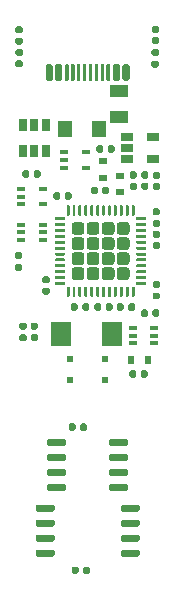
<source format=gbr>
%TF.GenerationSoftware,KiCad,Pcbnew,(5.1.6-0-10_14)*%
%TF.CreationDate,2022-02-25T15:24:37-06:00*%
%TF.ProjectId,Bonsai_C4,426f6e73-6169-45f4-9334-2e6b69636164,rev?*%
%TF.SameCoordinates,Original*%
%TF.FileFunction,Paste,Top*%
%TF.FilePolarity,Positive*%
%FSLAX46Y46*%
G04 Gerber Fmt 4.6, Leading zero omitted, Abs format (unit mm)*
G04 Created by KiCad (PCBNEW (5.1.6-0-10_14)) date 2022-02-25 15:24:37*
%MOMM*%
%LPD*%
G01*
G04 APERTURE LIST*
%ADD10R,0.550000X0.600000*%
%ADD11R,0.650000X1.060000*%
%ADD12R,0.700000X0.600000*%
%ADD13R,1.300000X1.400000*%
%ADD14R,0.650000X0.400000*%
%ADD15R,0.660000X0.300000*%
%ADD16R,0.600000X0.700000*%
%ADD17R,1.060000X0.650000*%
%ADD18R,1.778000X2.032000*%
%ADD19R,1.500000X1.000000*%
G04 APERTURE END LIST*
%TO.C,C11*%
G36*
G01*
X102678000Y-111195500D02*
X102678000Y-111540500D01*
G75*
G02*
X102530500Y-111688000I-147500J0D01*
G01*
X102235500Y-111688000D01*
G75*
G02*
X102088000Y-111540500I0J147500D01*
G01*
X102088000Y-111195500D01*
G75*
G02*
X102235500Y-111048000I147500J0D01*
G01*
X102530500Y-111048000D01*
G75*
G02*
X102678000Y-111195500I0J-147500D01*
G01*
G37*
G36*
G01*
X103648000Y-111195500D02*
X103648000Y-111540500D01*
G75*
G02*
X103500500Y-111688000I-147500J0D01*
G01*
X103205500Y-111688000D01*
G75*
G02*
X103058000Y-111540500I0J147500D01*
G01*
X103058000Y-111195500D01*
G75*
G02*
X103205500Y-111048000I147500J0D01*
G01*
X103500500Y-111048000D01*
G75*
G02*
X103648000Y-111195500I0J-147500D01*
G01*
G37*
%TD*%
%TO.C,J3*%
G36*
G01*
X111170000Y-102200000D02*
X111170000Y-103350000D01*
G75*
G02*
X111020000Y-103500000I-150000J0D01*
G01*
X110720000Y-103500000D01*
G75*
G02*
X110570000Y-103350000I0J150000D01*
G01*
X110570000Y-102200000D01*
G75*
G02*
X110720000Y-102050000I150000J0D01*
G01*
X111020000Y-102050000D01*
G75*
G02*
X111170000Y-102200000I0J-150000D01*
G01*
G37*
G36*
G01*
X109520000Y-102125000D02*
X109520000Y-103425000D01*
G75*
G02*
X109445000Y-103500000I-75000J0D01*
G01*
X109295000Y-103500000D01*
G75*
G02*
X109220000Y-103425000I0J75000D01*
G01*
X109220000Y-102125000D01*
G75*
G02*
X109295000Y-102050000I75000J0D01*
G01*
X109445000Y-102050000D01*
G75*
G02*
X109520000Y-102125000I0J-75000D01*
G01*
G37*
G36*
G01*
X109020000Y-102125000D02*
X109020000Y-103425000D01*
G75*
G02*
X108945000Y-103500000I-75000J0D01*
G01*
X108795000Y-103500000D01*
G75*
G02*
X108720000Y-103425000I0J75000D01*
G01*
X108720000Y-102125000D01*
G75*
G02*
X108795000Y-102050000I75000J0D01*
G01*
X108945000Y-102050000D01*
G75*
G02*
X109020000Y-102125000I0J-75000D01*
G01*
G37*
G36*
G01*
X108520000Y-102125000D02*
X108520000Y-103425000D01*
G75*
G02*
X108445000Y-103500000I-75000J0D01*
G01*
X108295000Y-103500000D01*
G75*
G02*
X108220000Y-103425000I0J75000D01*
G01*
X108220000Y-102125000D01*
G75*
G02*
X108295000Y-102050000I75000J0D01*
G01*
X108445000Y-102050000D01*
G75*
G02*
X108520000Y-102125000I0J-75000D01*
G01*
G37*
G36*
G01*
X108020000Y-102125000D02*
X108020000Y-103425000D01*
G75*
G02*
X107945000Y-103500000I-75000J0D01*
G01*
X107795000Y-103500000D01*
G75*
G02*
X107720000Y-103425000I0J75000D01*
G01*
X107720000Y-102125000D01*
G75*
G02*
X107795000Y-102050000I75000J0D01*
G01*
X107945000Y-102050000D01*
G75*
G02*
X108020000Y-102125000I0J-75000D01*
G01*
G37*
G36*
G01*
X106020000Y-102125000D02*
X106020000Y-103425000D01*
G75*
G02*
X105945000Y-103500000I-75000J0D01*
G01*
X105795000Y-103500000D01*
G75*
G02*
X105720000Y-103425000I0J75000D01*
G01*
X105720000Y-102125000D01*
G75*
G02*
X105795000Y-102050000I75000J0D01*
G01*
X105945000Y-102050000D01*
G75*
G02*
X106020000Y-102125000I0J-75000D01*
G01*
G37*
G36*
G01*
X106520000Y-102125000D02*
X106520000Y-103425000D01*
G75*
G02*
X106445000Y-103500000I-75000J0D01*
G01*
X106295000Y-103500000D01*
G75*
G02*
X106220000Y-103425000I0J75000D01*
G01*
X106220000Y-102125000D01*
G75*
G02*
X106295000Y-102050000I75000J0D01*
G01*
X106445000Y-102050000D01*
G75*
G02*
X106520000Y-102125000I0J-75000D01*
G01*
G37*
G36*
G01*
X107020000Y-102125000D02*
X107020000Y-103425000D01*
G75*
G02*
X106945000Y-103500000I-75000J0D01*
G01*
X106795000Y-103500000D01*
G75*
G02*
X106720000Y-103425000I0J75000D01*
G01*
X106720000Y-102125000D01*
G75*
G02*
X106795000Y-102050000I75000J0D01*
G01*
X106945000Y-102050000D01*
G75*
G02*
X107020000Y-102125000I0J-75000D01*
G01*
G37*
G36*
G01*
X107520000Y-102125000D02*
X107520000Y-103425000D01*
G75*
G02*
X107445000Y-103500000I-75000J0D01*
G01*
X107295000Y-103500000D01*
G75*
G02*
X107220000Y-103425000I0J75000D01*
G01*
X107220000Y-102125000D01*
G75*
G02*
X107295000Y-102050000I75000J0D01*
G01*
X107445000Y-102050000D01*
G75*
G02*
X107520000Y-102125000I0J-75000D01*
G01*
G37*
G36*
G01*
X110370000Y-102200000D02*
X110370000Y-103350000D01*
G75*
G02*
X110220000Y-103500000I-150000J0D01*
G01*
X109920000Y-103500000D01*
G75*
G02*
X109770000Y-103350000I0J150000D01*
G01*
X109770000Y-102200000D01*
G75*
G02*
X109920000Y-102050000I150000J0D01*
G01*
X110220000Y-102050000D01*
G75*
G02*
X110370000Y-102200000I0J-150000D01*
G01*
G37*
G36*
G01*
X104670000Y-102200000D02*
X104670000Y-103350000D01*
G75*
G02*
X104520000Y-103500000I-150000J0D01*
G01*
X104220000Y-103500000D01*
G75*
G02*
X104070000Y-103350000I0J150000D01*
G01*
X104070000Y-102200000D01*
G75*
G02*
X104220000Y-102050000I150000J0D01*
G01*
X104520000Y-102050000D01*
G75*
G02*
X104670000Y-102200000I0J-150000D01*
G01*
G37*
G36*
G01*
X105470000Y-102200000D02*
X105470000Y-103350000D01*
G75*
G02*
X105320000Y-103500000I-150000J0D01*
G01*
X105020000Y-103500000D01*
G75*
G02*
X104870000Y-103350000I0J150000D01*
G01*
X104870000Y-102200000D01*
G75*
G02*
X105020000Y-102050000I150000J0D01*
G01*
X105320000Y-102050000D01*
G75*
G02*
X105470000Y-102200000I0J-150000D01*
G01*
G37*
%TD*%
%TO.C,U3*%
G36*
G01*
X107101717Y-120344717D02*
X106517283Y-120344717D01*
G75*
G02*
X106267283Y-120094717I0J250000D01*
G01*
X106267283Y-119510283D01*
G75*
G02*
X106517283Y-119260283I250000J0D01*
G01*
X107101717Y-119260283D01*
G75*
G02*
X107351717Y-119510283I0J-250000D01*
G01*
X107351717Y-120094717D01*
G75*
G02*
X107101717Y-120344717I-250000J0D01*
G01*
G37*
G36*
G01*
X108376717Y-120344717D02*
X107792283Y-120344717D01*
G75*
G02*
X107542283Y-120094717I0J250000D01*
G01*
X107542283Y-119510283D01*
G75*
G02*
X107792283Y-119260283I250000J0D01*
G01*
X108376717Y-119260283D01*
G75*
G02*
X108626717Y-119510283I0J-250000D01*
G01*
X108626717Y-120094717D01*
G75*
G02*
X108376717Y-120344717I-250000J0D01*
G01*
G37*
G36*
G01*
X109651717Y-120344717D02*
X109067283Y-120344717D01*
G75*
G02*
X108817283Y-120094717I0J250000D01*
G01*
X108817283Y-119510283D01*
G75*
G02*
X109067283Y-119260283I250000J0D01*
G01*
X109651717Y-119260283D01*
G75*
G02*
X109901717Y-119510283I0J-250000D01*
G01*
X109901717Y-120094717D01*
G75*
G02*
X109651717Y-120344717I-250000J0D01*
G01*
G37*
G36*
G01*
X110926717Y-120344717D02*
X110342283Y-120344717D01*
G75*
G02*
X110092283Y-120094717I0J250000D01*
G01*
X110092283Y-119510283D01*
G75*
G02*
X110342283Y-119260283I250000J0D01*
G01*
X110926717Y-119260283D01*
G75*
G02*
X111176717Y-119510283I0J-250000D01*
G01*
X111176717Y-120094717D01*
G75*
G02*
X110926717Y-120344717I-250000J0D01*
G01*
G37*
G36*
G01*
X107101717Y-119069717D02*
X106517283Y-119069717D01*
G75*
G02*
X106267283Y-118819717I0J250000D01*
G01*
X106267283Y-118235283D01*
G75*
G02*
X106517283Y-117985283I250000J0D01*
G01*
X107101717Y-117985283D01*
G75*
G02*
X107351717Y-118235283I0J-250000D01*
G01*
X107351717Y-118819717D01*
G75*
G02*
X107101717Y-119069717I-250000J0D01*
G01*
G37*
G36*
G01*
X108376717Y-119069717D02*
X107792283Y-119069717D01*
G75*
G02*
X107542283Y-118819717I0J250000D01*
G01*
X107542283Y-118235283D01*
G75*
G02*
X107792283Y-117985283I250000J0D01*
G01*
X108376717Y-117985283D01*
G75*
G02*
X108626717Y-118235283I0J-250000D01*
G01*
X108626717Y-118819717D01*
G75*
G02*
X108376717Y-119069717I-250000J0D01*
G01*
G37*
G36*
G01*
X109651717Y-119069717D02*
X109067283Y-119069717D01*
G75*
G02*
X108817283Y-118819717I0J250000D01*
G01*
X108817283Y-118235283D01*
G75*
G02*
X109067283Y-117985283I250000J0D01*
G01*
X109651717Y-117985283D01*
G75*
G02*
X109901717Y-118235283I0J-250000D01*
G01*
X109901717Y-118819717D01*
G75*
G02*
X109651717Y-119069717I-250000J0D01*
G01*
G37*
G36*
G01*
X110926717Y-119069717D02*
X110342283Y-119069717D01*
G75*
G02*
X110092283Y-118819717I0J250000D01*
G01*
X110092283Y-118235283D01*
G75*
G02*
X110342283Y-117985283I250000J0D01*
G01*
X110926717Y-117985283D01*
G75*
G02*
X111176717Y-118235283I0J-250000D01*
G01*
X111176717Y-118819717D01*
G75*
G02*
X110926717Y-119069717I-250000J0D01*
G01*
G37*
G36*
G01*
X107101717Y-117794717D02*
X106517283Y-117794717D01*
G75*
G02*
X106267283Y-117544717I0J250000D01*
G01*
X106267283Y-116960283D01*
G75*
G02*
X106517283Y-116710283I250000J0D01*
G01*
X107101717Y-116710283D01*
G75*
G02*
X107351717Y-116960283I0J-250000D01*
G01*
X107351717Y-117544717D01*
G75*
G02*
X107101717Y-117794717I-250000J0D01*
G01*
G37*
G36*
G01*
X108376717Y-117794717D02*
X107792283Y-117794717D01*
G75*
G02*
X107542283Y-117544717I0J250000D01*
G01*
X107542283Y-116960283D01*
G75*
G02*
X107792283Y-116710283I250000J0D01*
G01*
X108376717Y-116710283D01*
G75*
G02*
X108626717Y-116960283I0J-250000D01*
G01*
X108626717Y-117544717D01*
G75*
G02*
X108376717Y-117794717I-250000J0D01*
G01*
G37*
G36*
G01*
X109651717Y-117794717D02*
X109067283Y-117794717D01*
G75*
G02*
X108817283Y-117544717I0J250000D01*
G01*
X108817283Y-116960283D01*
G75*
G02*
X109067283Y-116710283I250000J0D01*
G01*
X109651717Y-116710283D01*
G75*
G02*
X109901717Y-116960283I0J-250000D01*
G01*
X109901717Y-117544717D01*
G75*
G02*
X109651717Y-117794717I-250000J0D01*
G01*
G37*
G36*
G01*
X110926717Y-117794717D02*
X110342283Y-117794717D01*
G75*
G02*
X110092283Y-117544717I0J250000D01*
G01*
X110092283Y-116960283D01*
G75*
G02*
X110342283Y-116710283I250000J0D01*
G01*
X110926717Y-116710283D01*
G75*
G02*
X111176717Y-116960283I0J-250000D01*
G01*
X111176717Y-117544717D01*
G75*
G02*
X110926717Y-117794717I-250000J0D01*
G01*
G37*
G36*
G01*
X107101717Y-116519717D02*
X106517283Y-116519717D01*
G75*
G02*
X106267283Y-116269717I0J250000D01*
G01*
X106267283Y-115685283D01*
G75*
G02*
X106517283Y-115435283I250000J0D01*
G01*
X107101717Y-115435283D01*
G75*
G02*
X107351717Y-115685283I0J-250000D01*
G01*
X107351717Y-116269717D01*
G75*
G02*
X107101717Y-116519717I-250000J0D01*
G01*
G37*
G36*
G01*
X108376717Y-116519717D02*
X107792283Y-116519717D01*
G75*
G02*
X107542283Y-116269717I0J250000D01*
G01*
X107542283Y-115685283D01*
G75*
G02*
X107792283Y-115435283I250000J0D01*
G01*
X108376717Y-115435283D01*
G75*
G02*
X108626717Y-115685283I0J-250000D01*
G01*
X108626717Y-116269717D01*
G75*
G02*
X108376717Y-116519717I-250000J0D01*
G01*
G37*
G36*
G01*
X109651717Y-116519717D02*
X109067283Y-116519717D01*
G75*
G02*
X108817283Y-116269717I0J250000D01*
G01*
X108817283Y-115685283D01*
G75*
G02*
X109067283Y-115435283I250000J0D01*
G01*
X109651717Y-115435283D01*
G75*
G02*
X109901717Y-115685283I0J-250000D01*
G01*
X109901717Y-116269717D01*
G75*
G02*
X109651717Y-116519717I-250000J0D01*
G01*
G37*
G36*
G01*
X110926717Y-116519717D02*
X110342283Y-116519717D01*
G75*
G02*
X110092283Y-116269717I0J250000D01*
G01*
X110092283Y-115685283D01*
G75*
G02*
X110342283Y-115435283I250000J0D01*
G01*
X110926717Y-115435283D01*
G75*
G02*
X111176717Y-115685283I0J-250000D01*
G01*
X111176717Y-116269717D01*
G75*
G02*
X110926717Y-116519717I-250000J0D01*
G01*
G37*
G36*
G01*
X106034500Y-121765000D02*
X105909500Y-121765000D01*
G75*
G02*
X105847000Y-121702500I0J62500D01*
G01*
X105847000Y-120952500D01*
G75*
G02*
X105909500Y-120890000I62500J0D01*
G01*
X106034500Y-120890000D01*
G75*
G02*
X106097000Y-120952500I0J-62500D01*
G01*
X106097000Y-121702500D01*
G75*
G02*
X106034500Y-121765000I-62500J0D01*
G01*
G37*
G36*
G01*
X106534500Y-121765000D02*
X106409500Y-121765000D01*
G75*
G02*
X106347000Y-121702500I0J62500D01*
G01*
X106347000Y-120952500D01*
G75*
G02*
X106409500Y-120890000I62500J0D01*
G01*
X106534500Y-120890000D01*
G75*
G02*
X106597000Y-120952500I0J-62500D01*
G01*
X106597000Y-121702500D01*
G75*
G02*
X106534500Y-121765000I-62500J0D01*
G01*
G37*
G36*
G01*
X107034500Y-121765000D02*
X106909500Y-121765000D01*
G75*
G02*
X106847000Y-121702500I0J62500D01*
G01*
X106847000Y-120952500D01*
G75*
G02*
X106909500Y-120890000I62500J0D01*
G01*
X107034500Y-120890000D01*
G75*
G02*
X107097000Y-120952500I0J-62500D01*
G01*
X107097000Y-121702500D01*
G75*
G02*
X107034500Y-121765000I-62500J0D01*
G01*
G37*
G36*
G01*
X107534500Y-121765000D02*
X107409500Y-121765000D01*
G75*
G02*
X107347000Y-121702500I0J62500D01*
G01*
X107347000Y-120952500D01*
G75*
G02*
X107409500Y-120890000I62500J0D01*
G01*
X107534500Y-120890000D01*
G75*
G02*
X107597000Y-120952500I0J-62500D01*
G01*
X107597000Y-121702500D01*
G75*
G02*
X107534500Y-121765000I-62500J0D01*
G01*
G37*
G36*
G01*
X108034500Y-121765000D02*
X107909500Y-121765000D01*
G75*
G02*
X107847000Y-121702500I0J62500D01*
G01*
X107847000Y-120952500D01*
G75*
G02*
X107909500Y-120890000I62500J0D01*
G01*
X108034500Y-120890000D01*
G75*
G02*
X108097000Y-120952500I0J-62500D01*
G01*
X108097000Y-121702500D01*
G75*
G02*
X108034500Y-121765000I-62500J0D01*
G01*
G37*
G36*
G01*
X108534500Y-121765000D02*
X108409500Y-121765000D01*
G75*
G02*
X108347000Y-121702500I0J62500D01*
G01*
X108347000Y-120952500D01*
G75*
G02*
X108409500Y-120890000I62500J0D01*
G01*
X108534500Y-120890000D01*
G75*
G02*
X108597000Y-120952500I0J-62500D01*
G01*
X108597000Y-121702500D01*
G75*
G02*
X108534500Y-121765000I-62500J0D01*
G01*
G37*
G36*
G01*
X109034500Y-121765000D02*
X108909500Y-121765000D01*
G75*
G02*
X108847000Y-121702500I0J62500D01*
G01*
X108847000Y-120952500D01*
G75*
G02*
X108909500Y-120890000I62500J0D01*
G01*
X109034500Y-120890000D01*
G75*
G02*
X109097000Y-120952500I0J-62500D01*
G01*
X109097000Y-121702500D01*
G75*
G02*
X109034500Y-121765000I-62500J0D01*
G01*
G37*
G36*
G01*
X109534500Y-121765000D02*
X109409500Y-121765000D01*
G75*
G02*
X109347000Y-121702500I0J62500D01*
G01*
X109347000Y-120952500D01*
G75*
G02*
X109409500Y-120890000I62500J0D01*
G01*
X109534500Y-120890000D01*
G75*
G02*
X109597000Y-120952500I0J-62500D01*
G01*
X109597000Y-121702500D01*
G75*
G02*
X109534500Y-121765000I-62500J0D01*
G01*
G37*
G36*
G01*
X110034500Y-121765000D02*
X109909500Y-121765000D01*
G75*
G02*
X109847000Y-121702500I0J62500D01*
G01*
X109847000Y-120952500D01*
G75*
G02*
X109909500Y-120890000I62500J0D01*
G01*
X110034500Y-120890000D01*
G75*
G02*
X110097000Y-120952500I0J-62500D01*
G01*
X110097000Y-121702500D01*
G75*
G02*
X110034500Y-121765000I-62500J0D01*
G01*
G37*
G36*
G01*
X110534500Y-121765000D02*
X110409500Y-121765000D01*
G75*
G02*
X110347000Y-121702500I0J62500D01*
G01*
X110347000Y-120952500D01*
G75*
G02*
X110409500Y-120890000I62500J0D01*
G01*
X110534500Y-120890000D01*
G75*
G02*
X110597000Y-120952500I0J-62500D01*
G01*
X110597000Y-121702500D01*
G75*
G02*
X110534500Y-121765000I-62500J0D01*
G01*
G37*
G36*
G01*
X111034500Y-121765000D02*
X110909500Y-121765000D01*
G75*
G02*
X110847000Y-121702500I0J62500D01*
G01*
X110847000Y-120952500D01*
G75*
G02*
X110909500Y-120890000I62500J0D01*
G01*
X111034500Y-120890000D01*
G75*
G02*
X111097000Y-120952500I0J-62500D01*
G01*
X111097000Y-121702500D01*
G75*
G02*
X111034500Y-121765000I-62500J0D01*
G01*
G37*
G36*
G01*
X111534500Y-121765000D02*
X111409500Y-121765000D01*
G75*
G02*
X111347000Y-121702500I0J62500D01*
G01*
X111347000Y-120952500D01*
G75*
G02*
X111409500Y-120890000I62500J0D01*
G01*
X111534500Y-120890000D01*
G75*
G02*
X111597000Y-120952500I0J-62500D01*
G01*
X111597000Y-121702500D01*
G75*
G02*
X111534500Y-121765000I-62500J0D01*
G01*
G37*
G36*
G01*
X112534500Y-120765000D02*
X111784500Y-120765000D01*
G75*
G02*
X111722000Y-120702500I0J62500D01*
G01*
X111722000Y-120577500D01*
G75*
G02*
X111784500Y-120515000I62500J0D01*
G01*
X112534500Y-120515000D01*
G75*
G02*
X112597000Y-120577500I0J-62500D01*
G01*
X112597000Y-120702500D01*
G75*
G02*
X112534500Y-120765000I-62500J0D01*
G01*
G37*
G36*
G01*
X112534500Y-120265000D02*
X111784500Y-120265000D01*
G75*
G02*
X111722000Y-120202500I0J62500D01*
G01*
X111722000Y-120077500D01*
G75*
G02*
X111784500Y-120015000I62500J0D01*
G01*
X112534500Y-120015000D01*
G75*
G02*
X112597000Y-120077500I0J-62500D01*
G01*
X112597000Y-120202500D01*
G75*
G02*
X112534500Y-120265000I-62500J0D01*
G01*
G37*
G36*
G01*
X112534500Y-119765000D02*
X111784500Y-119765000D01*
G75*
G02*
X111722000Y-119702500I0J62500D01*
G01*
X111722000Y-119577500D01*
G75*
G02*
X111784500Y-119515000I62500J0D01*
G01*
X112534500Y-119515000D01*
G75*
G02*
X112597000Y-119577500I0J-62500D01*
G01*
X112597000Y-119702500D01*
G75*
G02*
X112534500Y-119765000I-62500J0D01*
G01*
G37*
G36*
G01*
X112534500Y-119265000D02*
X111784500Y-119265000D01*
G75*
G02*
X111722000Y-119202500I0J62500D01*
G01*
X111722000Y-119077500D01*
G75*
G02*
X111784500Y-119015000I62500J0D01*
G01*
X112534500Y-119015000D01*
G75*
G02*
X112597000Y-119077500I0J-62500D01*
G01*
X112597000Y-119202500D01*
G75*
G02*
X112534500Y-119265000I-62500J0D01*
G01*
G37*
G36*
G01*
X112534500Y-118765000D02*
X111784500Y-118765000D01*
G75*
G02*
X111722000Y-118702500I0J62500D01*
G01*
X111722000Y-118577500D01*
G75*
G02*
X111784500Y-118515000I62500J0D01*
G01*
X112534500Y-118515000D01*
G75*
G02*
X112597000Y-118577500I0J-62500D01*
G01*
X112597000Y-118702500D01*
G75*
G02*
X112534500Y-118765000I-62500J0D01*
G01*
G37*
G36*
G01*
X112534500Y-118265000D02*
X111784500Y-118265000D01*
G75*
G02*
X111722000Y-118202500I0J62500D01*
G01*
X111722000Y-118077500D01*
G75*
G02*
X111784500Y-118015000I62500J0D01*
G01*
X112534500Y-118015000D01*
G75*
G02*
X112597000Y-118077500I0J-62500D01*
G01*
X112597000Y-118202500D01*
G75*
G02*
X112534500Y-118265000I-62500J0D01*
G01*
G37*
G36*
G01*
X112534500Y-117765000D02*
X111784500Y-117765000D01*
G75*
G02*
X111722000Y-117702500I0J62500D01*
G01*
X111722000Y-117577500D01*
G75*
G02*
X111784500Y-117515000I62500J0D01*
G01*
X112534500Y-117515000D01*
G75*
G02*
X112597000Y-117577500I0J-62500D01*
G01*
X112597000Y-117702500D01*
G75*
G02*
X112534500Y-117765000I-62500J0D01*
G01*
G37*
G36*
G01*
X112534500Y-117265000D02*
X111784500Y-117265000D01*
G75*
G02*
X111722000Y-117202500I0J62500D01*
G01*
X111722000Y-117077500D01*
G75*
G02*
X111784500Y-117015000I62500J0D01*
G01*
X112534500Y-117015000D01*
G75*
G02*
X112597000Y-117077500I0J-62500D01*
G01*
X112597000Y-117202500D01*
G75*
G02*
X112534500Y-117265000I-62500J0D01*
G01*
G37*
G36*
G01*
X112534500Y-116765000D02*
X111784500Y-116765000D01*
G75*
G02*
X111722000Y-116702500I0J62500D01*
G01*
X111722000Y-116577500D01*
G75*
G02*
X111784500Y-116515000I62500J0D01*
G01*
X112534500Y-116515000D01*
G75*
G02*
X112597000Y-116577500I0J-62500D01*
G01*
X112597000Y-116702500D01*
G75*
G02*
X112534500Y-116765000I-62500J0D01*
G01*
G37*
G36*
G01*
X112534500Y-116265000D02*
X111784500Y-116265000D01*
G75*
G02*
X111722000Y-116202500I0J62500D01*
G01*
X111722000Y-116077500D01*
G75*
G02*
X111784500Y-116015000I62500J0D01*
G01*
X112534500Y-116015000D01*
G75*
G02*
X112597000Y-116077500I0J-62500D01*
G01*
X112597000Y-116202500D01*
G75*
G02*
X112534500Y-116265000I-62500J0D01*
G01*
G37*
G36*
G01*
X112534500Y-115765000D02*
X111784500Y-115765000D01*
G75*
G02*
X111722000Y-115702500I0J62500D01*
G01*
X111722000Y-115577500D01*
G75*
G02*
X111784500Y-115515000I62500J0D01*
G01*
X112534500Y-115515000D01*
G75*
G02*
X112597000Y-115577500I0J-62500D01*
G01*
X112597000Y-115702500D01*
G75*
G02*
X112534500Y-115765000I-62500J0D01*
G01*
G37*
G36*
G01*
X112534500Y-115265000D02*
X111784500Y-115265000D01*
G75*
G02*
X111722000Y-115202500I0J62500D01*
G01*
X111722000Y-115077500D01*
G75*
G02*
X111784500Y-115015000I62500J0D01*
G01*
X112534500Y-115015000D01*
G75*
G02*
X112597000Y-115077500I0J-62500D01*
G01*
X112597000Y-115202500D01*
G75*
G02*
X112534500Y-115265000I-62500J0D01*
G01*
G37*
G36*
G01*
X111534500Y-114890000D02*
X111409500Y-114890000D01*
G75*
G02*
X111347000Y-114827500I0J62500D01*
G01*
X111347000Y-114077500D01*
G75*
G02*
X111409500Y-114015000I62500J0D01*
G01*
X111534500Y-114015000D01*
G75*
G02*
X111597000Y-114077500I0J-62500D01*
G01*
X111597000Y-114827500D01*
G75*
G02*
X111534500Y-114890000I-62500J0D01*
G01*
G37*
G36*
G01*
X111034500Y-114890000D02*
X110909500Y-114890000D01*
G75*
G02*
X110847000Y-114827500I0J62500D01*
G01*
X110847000Y-114077500D01*
G75*
G02*
X110909500Y-114015000I62500J0D01*
G01*
X111034500Y-114015000D01*
G75*
G02*
X111097000Y-114077500I0J-62500D01*
G01*
X111097000Y-114827500D01*
G75*
G02*
X111034500Y-114890000I-62500J0D01*
G01*
G37*
G36*
G01*
X110534500Y-114890000D02*
X110409500Y-114890000D01*
G75*
G02*
X110347000Y-114827500I0J62500D01*
G01*
X110347000Y-114077500D01*
G75*
G02*
X110409500Y-114015000I62500J0D01*
G01*
X110534500Y-114015000D01*
G75*
G02*
X110597000Y-114077500I0J-62500D01*
G01*
X110597000Y-114827500D01*
G75*
G02*
X110534500Y-114890000I-62500J0D01*
G01*
G37*
G36*
G01*
X110034500Y-114890000D02*
X109909500Y-114890000D01*
G75*
G02*
X109847000Y-114827500I0J62500D01*
G01*
X109847000Y-114077500D01*
G75*
G02*
X109909500Y-114015000I62500J0D01*
G01*
X110034500Y-114015000D01*
G75*
G02*
X110097000Y-114077500I0J-62500D01*
G01*
X110097000Y-114827500D01*
G75*
G02*
X110034500Y-114890000I-62500J0D01*
G01*
G37*
G36*
G01*
X109534500Y-114890000D02*
X109409500Y-114890000D01*
G75*
G02*
X109347000Y-114827500I0J62500D01*
G01*
X109347000Y-114077500D01*
G75*
G02*
X109409500Y-114015000I62500J0D01*
G01*
X109534500Y-114015000D01*
G75*
G02*
X109597000Y-114077500I0J-62500D01*
G01*
X109597000Y-114827500D01*
G75*
G02*
X109534500Y-114890000I-62500J0D01*
G01*
G37*
G36*
G01*
X109034500Y-114890000D02*
X108909500Y-114890000D01*
G75*
G02*
X108847000Y-114827500I0J62500D01*
G01*
X108847000Y-114077500D01*
G75*
G02*
X108909500Y-114015000I62500J0D01*
G01*
X109034500Y-114015000D01*
G75*
G02*
X109097000Y-114077500I0J-62500D01*
G01*
X109097000Y-114827500D01*
G75*
G02*
X109034500Y-114890000I-62500J0D01*
G01*
G37*
G36*
G01*
X108534500Y-114890000D02*
X108409500Y-114890000D01*
G75*
G02*
X108347000Y-114827500I0J62500D01*
G01*
X108347000Y-114077500D01*
G75*
G02*
X108409500Y-114015000I62500J0D01*
G01*
X108534500Y-114015000D01*
G75*
G02*
X108597000Y-114077500I0J-62500D01*
G01*
X108597000Y-114827500D01*
G75*
G02*
X108534500Y-114890000I-62500J0D01*
G01*
G37*
G36*
G01*
X108034500Y-114890000D02*
X107909500Y-114890000D01*
G75*
G02*
X107847000Y-114827500I0J62500D01*
G01*
X107847000Y-114077500D01*
G75*
G02*
X107909500Y-114015000I62500J0D01*
G01*
X108034500Y-114015000D01*
G75*
G02*
X108097000Y-114077500I0J-62500D01*
G01*
X108097000Y-114827500D01*
G75*
G02*
X108034500Y-114890000I-62500J0D01*
G01*
G37*
G36*
G01*
X107534500Y-114890000D02*
X107409500Y-114890000D01*
G75*
G02*
X107347000Y-114827500I0J62500D01*
G01*
X107347000Y-114077500D01*
G75*
G02*
X107409500Y-114015000I62500J0D01*
G01*
X107534500Y-114015000D01*
G75*
G02*
X107597000Y-114077500I0J-62500D01*
G01*
X107597000Y-114827500D01*
G75*
G02*
X107534500Y-114890000I-62500J0D01*
G01*
G37*
G36*
G01*
X107034500Y-114890000D02*
X106909500Y-114890000D01*
G75*
G02*
X106847000Y-114827500I0J62500D01*
G01*
X106847000Y-114077500D01*
G75*
G02*
X106909500Y-114015000I62500J0D01*
G01*
X107034500Y-114015000D01*
G75*
G02*
X107097000Y-114077500I0J-62500D01*
G01*
X107097000Y-114827500D01*
G75*
G02*
X107034500Y-114890000I-62500J0D01*
G01*
G37*
G36*
G01*
X106534500Y-114890000D02*
X106409500Y-114890000D01*
G75*
G02*
X106347000Y-114827500I0J62500D01*
G01*
X106347000Y-114077500D01*
G75*
G02*
X106409500Y-114015000I62500J0D01*
G01*
X106534500Y-114015000D01*
G75*
G02*
X106597000Y-114077500I0J-62500D01*
G01*
X106597000Y-114827500D01*
G75*
G02*
X106534500Y-114890000I-62500J0D01*
G01*
G37*
G36*
G01*
X106034500Y-114890000D02*
X105909500Y-114890000D01*
G75*
G02*
X105847000Y-114827500I0J62500D01*
G01*
X105847000Y-114077500D01*
G75*
G02*
X105909500Y-114015000I62500J0D01*
G01*
X106034500Y-114015000D01*
G75*
G02*
X106097000Y-114077500I0J-62500D01*
G01*
X106097000Y-114827500D01*
G75*
G02*
X106034500Y-114890000I-62500J0D01*
G01*
G37*
G36*
G01*
X105659500Y-115265000D02*
X104909500Y-115265000D01*
G75*
G02*
X104847000Y-115202500I0J62500D01*
G01*
X104847000Y-115077500D01*
G75*
G02*
X104909500Y-115015000I62500J0D01*
G01*
X105659500Y-115015000D01*
G75*
G02*
X105722000Y-115077500I0J-62500D01*
G01*
X105722000Y-115202500D01*
G75*
G02*
X105659500Y-115265000I-62500J0D01*
G01*
G37*
G36*
G01*
X105659500Y-115765000D02*
X104909500Y-115765000D01*
G75*
G02*
X104847000Y-115702500I0J62500D01*
G01*
X104847000Y-115577500D01*
G75*
G02*
X104909500Y-115515000I62500J0D01*
G01*
X105659500Y-115515000D01*
G75*
G02*
X105722000Y-115577500I0J-62500D01*
G01*
X105722000Y-115702500D01*
G75*
G02*
X105659500Y-115765000I-62500J0D01*
G01*
G37*
G36*
G01*
X105659500Y-116265000D02*
X104909500Y-116265000D01*
G75*
G02*
X104847000Y-116202500I0J62500D01*
G01*
X104847000Y-116077500D01*
G75*
G02*
X104909500Y-116015000I62500J0D01*
G01*
X105659500Y-116015000D01*
G75*
G02*
X105722000Y-116077500I0J-62500D01*
G01*
X105722000Y-116202500D01*
G75*
G02*
X105659500Y-116265000I-62500J0D01*
G01*
G37*
G36*
G01*
X105659500Y-116765000D02*
X104909500Y-116765000D01*
G75*
G02*
X104847000Y-116702500I0J62500D01*
G01*
X104847000Y-116577500D01*
G75*
G02*
X104909500Y-116515000I62500J0D01*
G01*
X105659500Y-116515000D01*
G75*
G02*
X105722000Y-116577500I0J-62500D01*
G01*
X105722000Y-116702500D01*
G75*
G02*
X105659500Y-116765000I-62500J0D01*
G01*
G37*
G36*
G01*
X105659500Y-117265000D02*
X104909500Y-117265000D01*
G75*
G02*
X104847000Y-117202500I0J62500D01*
G01*
X104847000Y-117077500D01*
G75*
G02*
X104909500Y-117015000I62500J0D01*
G01*
X105659500Y-117015000D01*
G75*
G02*
X105722000Y-117077500I0J-62500D01*
G01*
X105722000Y-117202500D01*
G75*
G02*
X105659500Y-117265000I-62500J0D01*
G01*
G37*
G36*
G01*
X105659500Y-117765000D02*
X104909500Y-117765000D01*
G75*
G02*
X104847000Y-117702500I0J62500D01*
G01*
X104847000Y-117577500D01*
G75*
G02*
X104909500Y-117515000I62500J0D01*
G01*
X105659500Y-117515000D01*
G75*
G02*
X105722000Y-117577500I0J-62500D01*
G01*
X105722000Y-117702500D01*
G75*
G02*
X105659500Y-117765000I-62500J0D01*
G01*
G37*
G36*
G01*
X105659500Y-118265000D02*
X104909500Y-118265000D01*
G75*
G02*
X104847000Y-118202500I0J62500D01*
G01*
X104847000Y-118077500D01*
G75*
G02*
X104909500Y-118015000I62500J0D01*
G01*
X105659500Y-118015000D01*
G75*
G02*
X105722000Y-118077500I0J-62500D01*
G01*
X105722000Y-118202500D01*
G75*
G02*
X105659500Y-118265000I-62500J0D01*
G01*
G37*
G36*
G01*
X105659500Y-118765000D02*
X104909500Y-118765000D01*
G75*
G02*
X104847000Y-118702500I0J62500D01*
G01*
X104847000Y-118577500D01*
G75*
G02*
X104909500Y-118515000I62500J0D01*
G01*
X105659500Y-118515000D01*
G75*
G02*
X105722000Y-118577500I0J-62500D01*
G01*
X105722000Y-118702500D01*
G75*
G02*
X105659500Y-118765000I-62500J0D01*
G01*
G37*
G36*
G01*
X105659500Y-119265000D02*
X104909500Y-119265000D01*
G75*
G02*
X104847000Y-119202500I0J62500D01*
G01*
X104847000Y-119077500D01*
G75*
G02*
X104909500Y-119015000I62500J0D01*
G01*
X105659500Y-119015000D01*
G75*
G02*
X105722000Y-119077500I0J-62500D01*
G01*
X105722000Y-119202500D01*
G75*
G02*
X105659500Y-119265000I-62500J0D01*
G01*
G37*
G36*
G01*
X105659500Y-119765000D02*
X104909500Y-119765000D01*
G75*
G02*
X104847000Y-119702500I0J62500D01*
G01*
X104847000Y-119577500D01*
G75*
G02*
X104909500Y-119515000I62500J0D01*
G01*
X105659500Y-119515000D01*
G75*
G02*
X105722000Y-119577500I0J-62500D01*
G01*
X105722000Y-119702500D01*
G75*
G02*
X105659500Y-119765000I-62500J0D01*
G01*
G37*
G36*
G01*
X105659500Y-120265000D02*
X104909500Y-120265000D01*
G75*
G02*
X104847000Y-120202500I0J62500D01*
G01*
X104847000Y-120077500D01*
G75*
G02*
X104909500Y-120015000I62500J0D01*
G01*
X105659500Y-120015000D01*
G75*
G02*
X105722000Y-120077500I0J-62500D01*
G01*
X105722000Y-120202500D01*
G75*
G02*
X105659500Y-120265000I-62500J0D01*
G01*
G37*
G36*
G01*
X105659500Y-120765000D02*
X104909500Y-120765000D01*
G75*
G02*
X104847000Y-120702500I0J62500D01*
G01*
X104847000Y-120577500D01*
G75*
G02*
X104909500Y-120515000I62500J0D01*
G01*
X105659500Y-120515000D01*
G75*
G02*
X105722000Y-120577500I0J-62500D01*
G01*
X105722000Y-120702500D01*
G75*
G02*
X105659500Y-120765000I-62500J0D01*
G01*
G37*
%TD*%
D10*
%TO.C,K1*%
X109059000Y-126990000D03*
X109059000Y-128790000D03*
X106109000Y-128790000D03*
X106109000Y-126990000D03*
%TD*%
%TO.C,U7*%
G36*
G01*
X109420000Y-134245000D02*
X109420000Y-133945000D01*
G75*
G02*
X109570000Y-133795000I150000J0D01*
G01*
X110920000Y-133795000D01*
G75*
G02*
X111070000Y-133945000I0J-150000D01*
G01*
X111070000Y-134245000D01*
G75*
G02*
X110920000Y-134395000I-150000J0D01*
G01*
X109570000Y-134395000D01*
G75*
G02*
X109420000Y-134245000I0J150000D01*
G01*
G37*
G36*
G01*
X109420000Y-135515000D02*
X109420000Y-135215000D01*
G75*
G02*
X109570000Y-135065000I150000J0D01*
G01*
X110920000Y-135065000D01*
G75*
G02*
X111070000Y-135215000I0J-150000D01*
G01*
X111070000Y-135515000D01*
G75*
G02*
X110920000Y-135665000I-150000J0D01*
G01*
X109570000Y-135665000D01*
G75*
G02*
X109420000Y-135515000I0J150000D01*
G01*
G37*
G36*
G01*
X109420000Y-136785000D02*
X109420000Y-136485000D01*
G75*
G02*
X109570000Y-136335000I150000J0D01*
G01*
X110920000Y-136335000D01*
G75*
G02*
X111070000Y-136485000I0J-150000D01*
G01*
X111070000Y-136785000D01*
G75*
G02*
X110920000Y-136935000I-150000J0D01*
G01*
X109570000Y-136935000D01*
G75*
G02*
X109420000Y-136785000I0J150000D01*
G01*
G37*
G36*
G01*
X109420000Y-138055000D02*
X109420000Y-137755000D01*
G75*
G02*
X109570000Y-137605000I150000J0D01*
G01*
X110920000Y-137605000D01*
G75*
G02*
X111070000Y-137755000I0J-150000D01*
G01*
X111070000Y-138055000D01*
G75*
G02*
X110920000Y-138205000I-150000J0D01*
G01*
X109570000Y-138205000D01*
G75*
G02*
X109420000Y-138055000I0J150000D01*
G01*
G37*
G36*
G01*
X104170000Y-138055000D02*
X104170000Y-137755000D01*
G75*
G02*
X104320000Y-137605000I150000J0D01*
G01*
X105670000Y-137605000D01*
G75*
G02*
X105820000Y-137755000I0J-150000D01*
G01*
X105820000Y-138055000D01*
G75*
G02*
X105670000Y-138205000I-150000J0D01*
G01*
X104320000Y-138205000D01*
G75*
G02*
X104170000Y-138055000I0J150000D01*
G01*
G37*
G36*
G01*
X104170000Y-136785000D02*
X104170000Y-136485000D01*
G75*
G02*
X104320000Y-136335000I150000J0D01*
G01*
X105670000Y-136335000D01*
G75*
G02*
X105820000Y-136485000I0J-150000D01*
G01*
X105820000Y-136785000D01*
G75*
G02*
X105670000Y-136935000I-150000J0D01*
G01*
X104320000Y-136935000D01*
G75*
G02*
X104170000Y-136785000I0J150000D01*
G01*
G37*
G36*
G01*
X104170000Y-135515000D02*
X104170000Y-135215000D01*
G75*
G02*
X104320000Y-135065000I150000J0D01*
G01*
X105670000Y-135065000D01*
G75*
G02*
X105820000Y-135215000I0J-150000D01*
G01*
X105820000Y-135515000D01*
G75*
G02*
X105670000Y-135665000I-150000J0D01*
G01*
X104320000Y-135665000D01*
G75*
G02*
X104170000Y-135515000I0J150000D01*
G01*
G37*
G36*
G01*
X104170000Y-134245000D02*
X104170000Y-133945000D01*
G75*
G02*
X104320000Y-133795000I150000J0D01*
G01*
X105670000Y-133795000D01*
G75*
G02*
X105820000Y-133945000I0J-150000D01*
G01*
X105820000Y-134245000D01*
G75*
G02*
X105670000Y-134395000I-150000J0D01*
G01*
X104320000Y-134395000D01*
G75*
G02*
X104170000Y-134245000I0J150000D01*
G01*
G37*
%TD*%
%TO.C,U6*%
G36*
G01*
X104820000Y-143315000D02*
X104820000Y-143615000D01*
G75*
G02*
X104670000Y-143765000I-150000J0D01*
G01*
X103370000Y-143765000D01*
G75*
G02*
X103220000Y-143615000I0J150000D01*
G01*
X103220000Y-143315000D01*
G75*
G02*
X103370000Y-143165000I150000J0D01*
G01*
X104670000Y-143165000D01*
G75*
G02*
X104820000Y-143315000I0J-150000D01*
G01*
G37*
G36*
G01*
X104820000Y-142045000D02*
X104820000Y-142345000D01*
G75*
G02*
X104670000Y-142495000I-150000J0D01*
G01*
X103370000Y-142495000D01*
G75*
G02*
X103220000Y-142345000I0J150000D01*
G01*
X103220000Y-142045000D01*
G75*
G02*
X103370000Y-141895000I150000J0D01*
G01*
X104670000Y-141895000D01*
G75*
G02*
X104820000Y-142045000I0J-150000D01*
G01*
G37*
G36*
G01*
X104820000Y-140775000D02*
X104820000Y-141075000D01*
G75*
G02*
X104670000Y-141225000I-150000J0D01*
G01*
X103370000Y-141225000D01*
G75*
G02*
X103220000Y-141075000I0J150000D01*
G01*
X103220000Y-140775000D01*
G75*
G02*
X103370000Y-140625000I150000J0D01*
G01*
X104670000Y-140625000D01*
G75*
G02*
X104820000Y-140775000I0J-150000D01*
G01*
G37*
G36*
G01*
X104820000Y-139505000D02*
X104820000Y-139805000D01*
G75*
G02*
X104670000Y-139955000I-150000J0D01*
G01*
X103370000Y-139955000D01*
G75*
G02*
X103220000Y-139805000I0J150000D01*
G01*
X103220000Y-139505000D01*
G75*
G02*
X103370000Y-139355000I150000J0D01*
G01*
X104670000Y-139355000D01*
G75*
G02*
X104820000Y-139505000I0J-150000D01*
G01*
G37*
G36*
G01*
X112020000Y-139505000D02*
X112020000Y-139805000D01*
G75*
G02*
X111870000Y-139955000I-150000J0D01*
G01*
X110570000Y-139955000D01*
G75*
G02*
X110420000Y-139805000I0J150000D01*
G01*
X110420000Y-139505000D01*
G75*
G02*
X110570000Y-139355000I150000J0D01*
G01*
X111870000Y-139355000D01*
G75*
G02*
X112020000Y-139505000I0J-150000D01*
G01*
G37*
G36*
G01*
X112020000Y-140775000D02*
X112020000Y-141075000D01*
G75*
G02*
X111870000Y-141225000I-150000J0D01*
G01*
X110570000Y-141225000D01*
G75*
G02*
X110420000Y-141075000I0J150000D01*
G01*
X110420000Y-140775000D01*
G75*
G02*
X110570000Y-140625000I150000J0D01*
G01*
X111870000Y-140625000D01*
G75*
G02*
X112020000Y-140775000I0J-150000D01*
G01*
G37*
G36*
G01*
X112020000Y-142045000D02*
X112020000Y-142345000D01*
G75*
G02*
X111870000Y-142495000I-150000J0D01*
G01*
X110570000Y-142495000D01*
G75*
G02*
X110420000Y-142345000I0J150000D01*
G01*
X110420000Y-142045000D01*
G75*
G02*
X110570000Y-141895000I150000J0D01*
G01*
X111870000Y-141895000D01*
G75*
G02*
X112020000Y-142045000I0J-150000D01*
G01*
G37*
G36*
G01*
X112020000Y-143315000D02*
X112020000Y-143615000D01*
G75*
G02*
X111870000Y-143765000I-150000J0D01*
G01*
X110570000Y-143765000D01*
G75*
G02*
X110420000Y-143615000I0J150000D01*
G01*
X110420000Y-143315000D01*
G75*
G02*
X110570000Y-143165000I150000J0D01*
G01*
X111870000Y-143165000D01*
G75*
G02*
X112020000Y-143315000I0J-150000D01*
G01*
G37*
%TD*%
D11*
%TO.C,U2*%
X103114000Y-109412000D03*
X104064000Y-109412000D03*
X102164000Y-109412000D03*
X102164000Y-107212000D03*
X103114000Y-107212000D03*
X104064000Y-107212000D03*
%TD*%
%TO.C,R9*%
G36*
G01*
X113626500Y-121018000D02*
X113281500Y-121018000D01*
G75*
G02*
X113134000Y-120870500I0J147500D01*
G01*
X113134000Y-120575500D01*
G75*
G02*
X113281500Y-120428000I147500J0D01*
G01*
X113626500Y-120428000D01*
G75*
G02*
X113774000Y-120575500I0J-147500D01*
G01*
X113774000Y-120870500D01*
G75*
G02*
X113626500Y-121018000I-147500J0D01*
G01*
G37*
G36*
G01*
X113626500Y-121988000D02*
X113281500Y-121988000D01*
G75*
G02*
X113134000Y-121840500I0J147500D01*
G01*
X113134000Y-121545500D01*
G75*
G02*
X113281500Y-121398000I147500J0D01*
G01*
X113626500Y-121398000D01*
G75*
G02*
X113774000Y-121545500I0J-147500D01*
G01*
X113774000Y-121840500D01*
G75*
G02*
X113626500Y-121988000I-147500J0D01*
G01*
G37*
%TD*%
%TO.C,R8*%
G36*
G01*
X108863000Y-112922500D02*
X108863000Y-112577500D01*
G75*
G02*
X109010500Y-112430000I147500J0D01*
G01*
X109305500Y-112430000D01*
G75*
G02*
X109453000Y-112577500I0J-147500D01*
G01*
X109453000Y-112922500D01*
G75*
G02*
X109305500Y-113070000I-147500J0D01*
G01*
X109010500Y-113070000D01*
G75*
G02*
X108863000Y-112922500I0J147500D01*
G01*
G37*
G36*
G01*
X107893000Y-112922500D02*
X107893000Y-112577500D01*
G75*
G02*
X108040500Y-112430000I147500J0D01*
G01*
X108335500Y-112430000D01*
G75*
G02*
X108483000Y-112577500I0J-147500D01*
G01*
X108483000Y-112922500D01*
G75*
G02*
X108335500Y-113070000I-147500J0D01*
G01*
X108040500Y-113070000D01*
G75*
G02*
X107893000Y-112922500I0J147500D01*
G01*
G37*
%TD*%
D12*
%TO.C,D5*%
X110330000Y-111530000D03*
X110330000Y-112930000D03*
%TD*%
D13*
%TO.C,D4*%
X105691000Y-107561000D03*
X108591000Y-107561000D03*
%TD*%
%TO.C,C6*%
G36*
G01*
X113634500Y-112731000D02*
X113289500Y-112731000D01*
G75*
G02*
X113142000Y-112583500I0J147500D01*
G01*
X113142000Y-112288500D01*
G75*
G02*
X113289500Y-112141000I147500J0D01*
G01*
X113634500Y-112141000D01*
G75*
G02*
X113782000Y-112288500I0J-147500D01*
G01*
X113782000Y-112583500D01*
G75*
G02*
X113634500Y-112731000I-147500J0D01*
G01*
G37*
G36*
G01*
X113634500Y-111761000D02*
X113289500Y-111761000D01*
G75*
G02*
X113142000Y-111613500I0J147500D01*
G01*
X113142000Y-111318500D01*
G75*
G02*
X113289500Y-111171000I147500J0D01*
G01*
X113634500Y-111171000D01*
G75*
G02*
X113782000Y-111318500I0J-147500D01*
G01*
X113782000Y-111613500D01*
G75*
G02*
X113634500Y-111761000I-147500J0D01*
G01*
G37*
%TD*%
D12*
%TO.C,D1*%
X108905000Y-111702000D03*
X108905000Y-110302000D03*
%TD*%
%TO.C,C14*%
G36*
G01*
X113273500Y-117127000D02*
X113618500Y-117127000D01*
G75*
G02*
X113766000Y-117274500I0J-147500D01*
G01*
X113766000Y-117569500D01*
G75*
G02*
X113618500Y-117717000I-147500J0D01*
G01*
X113273500Y-117717000D01*
G75*
G02*
X113126000Y-117569500I0J147500D01*
G01*
X113126000Y-117274500D01*
G75*
G02*
X113273500Y-117127000I147500J0D01*
G01*
G37*
G36*
G01*
X113273500Y-116157000D02*
X113618500Y-116157000D01*
G75*
G02*
X113766000Y-116304500I0J-147500D01*
G01*
X113766000Y-116599500D01*
G75*
G02*
X113618500Y-116747000I-147500J0D01*
G01*
X113273500Y-116747000D01*
G75*
G02*
X113126000Y-116599500I0J147500D01*
G01*
X113126000Y-116304500D01*
G75*
G02*
X113273500Y-116157000I147500J0D01*
G01*
G37*
%TD*%
D14*
%TO.C,U5*%
X103859000Y-112625000D03*
X103859000Y-113925000D03*
X101959000Y-113275000D03*
X101959000Y-113925000D03*
X101959000Y-112625000D03*
%TD*%
%TO.C,R7*%
G36*
G01*
X112122000Y-128487500D02*
X112122000Y-128142500D01*
G75*
G02*
X112269500Y-127995000I147500J0D01*
G01*
X112564500Y-127995000D01*
G75*
G02*
X112712000Y-128142500I0J-147500D01*
G01*
X112712000Y-128487500D01*
G75*
G02*
X112564500Y-128635000I-147500J0D01*
G01*
X112269500Y-128635000D01*
G75*
G02*
X112122000Y-128487500I0J147500D01*
G01*
G37*
G36*
G01*
X111152000Y-128487500D02*
X111152000Y-128142500D01*
G75*
G02*
X111299500Y-127995000I147500J0D01*
G01*
X111594500Y-127995000D01*
G75*
G02*
X111742000Y-128142500I0J-147500D01*
G01*
X111742000Y-128487500D01*
G75*
G02*
X111594500Y-128635000I-147500J0D01*
G01*
X111299500Y-128635000D01*
G75*
G02*
X111152000Y-128487500I0J147500D01*
G01*
G37*
%TD*%
%TO.C,R6*%
G36*
G01*
X112182000Y-112580500D02*
X112182000Y-112235500D01*
G75*
G02*
X112329500Y-112088000I147500J0D01*
G01*
X112624500Y-112088000D01*
G75*
G02*
X112772000Y-112235500I0J-147500D01*
G01*
X112772000Y-112580500D01*
G75*
G02*
X112624500Y-112728000I-147500J0D01*
G01*
X112329500Y-112728000D01*
G75*
G02*
X112182000Y-112580500I0J147500D01*
G01*
G37*
G36*
G01*
X111212000Y-112580500D02*
X111212000Y-112235500D01*
G75*
G02*
X111359500Y-112088000I147500J0D01*
G01*
X111654500Y-112088000D01*
G75*
G02*
X111802000Y-112235500I0J-147500D01*
G01*
X111802000Y-112580500D01*
G75*
G02*
X111654500Y-112728000I-147500J0D01*
G01*
X111359500Y-112728000D01*
G75*
G02*
X111212000Y-112580500I0J147500D01*
G01*
G37*
%TD*%
%TO.C,R5*%
G36*
G01*
X111799000Y-111277500D02*
X111799000Y-111622500D01*
G75*
G02*
X111651500Y-111770000I-147500J0D01*
G01*
X111356500Y-111770000D01*
G75*
G02*
X111209000Y-111622500I0J147500D01*
G01*
X111209000Y-111277500D01*
G75*
G02*
X111356500Y-111130000I147500J0D01*
G01*
X111651500Y-111130000D01*
G75*
G02*
X111799000Y-111277500I0J-147500D01*
G01*
G37*
G36*
G01*
X112769000Y-111277500D02*
X112769000Y-111622500D01*
G75*
G02*
X112621500Y-111770000I-147500J0D01*
G01*
X112326500Y-111770000D01*
G75*
G02*
X112179000Y-111622500I0J147500D01*
G01*
X112179000Y-111277500D01*
G75*
G02*
X112326500Y-111130000I147500J0D01*
G01*
X112621500Y-111130000D01*
G75*
G02*
X112769000Y-111277500I0J-147500D01*
G01*
G37*
%TD*%
D15*
%TO.C,Q2*%
X101982000Y-116967000D03*
X101982000Y-115667000D03*
X103822000Y-116317000D03*
X101982000Y-116317000D03*
X103822000Y-115667000D03*
X103822000Y-116967000D03*
%TD*%
%TO.C,C13*%
G36*
G01*
X106982000Y-132962500D02*
X106982000Y-132617500D01*
G75*
G02*
X107129500Y-132470000I147500J0D01*
G01*
X107424500Y-132470000D01*
G75*
G02*
X107572000Y-132617500I0J-147500D01*
G01*
X107572000Y-132962500D01*
G75*
G02*
X107424500Y-133110000I-147500J0D01*
G01*
X107129500Y-133110000D01*
G75*
G02*
X106982000Y-132962500I0J147500D01*
G01*
G37*
G36*
G01*
X106012000Y-132962500D02*
X106012000Y-132617500D01*
G75*
G02*
X106159500Y-132470000I147500J0D01*
G01*
X106454500Y-132470000D01*
G75*
G02*
X106602000Y-132617500I0J-147500D01*
G01*
X106602000Y-132962500D01*
G75*
G02*
X106454500Y-133110000I-147500J0D01*
G01*
X106159500Y-133110000D01*
G75*
G02*
X106012000Y-132962500I0J147500D01*
G01*
G37*
%TD*%
%TO.C,C5*%
G36*
G01*
X107236000Y-145097500D02*
X107236000Y-144752500D01*
G75*
G02*
X107383500Y-144605000I147500J0D01*
G01*
X107678500Y-144605000D01*
G75*
G02*
X107826000Y-144752500I0J-147500D01*
G01*
X107826000Y-145097500D01*
G75*
G02*
X107678500Y-145245000I-147500J0D01*
G01*
X107383500Y-145245000D01*
G75*
G02*
X107236000Y-145097500I0J147500D01*
G01*
G37*
G36*
G01*
X106266000Y-145097500D02*
X106266000Y-144752500D01*
G75*
G02*
X106413500Y-144605000I147500J0D01*
G01*
X106708500Y-144605000D01*
G75*
G02*
X106856000Y-144752500I0J-147500D01*
G01*
X106856000Y-145097500D01*
G75*
G02*
X106708500Y-145245000I-147500J0D01*
G01*
X106413500Y-145245000D01*
G75*
G02*
X106266000Y-145097500I0J147500D01*
G01*
G37*
%TD*%
D16*
%TO.C,D2*%
X111300000Y-127145000D03*
X112700000Y-127145000D03*
%TD*%
D17*
%TO.C,U1*%
X113132000Y-108205000D03*
X113132000Y-110105000D03*
X110932000Y-110105000D03*
X110932000Y-109155000D03*
X110932000Y-108205000D03*
%TD*%
D14*
%TO.C,U4*%
X107519000Y-109524000D03*
X107519000Y-110824000D03*
X105619000Y-110174000D03*
X105619000Y-110824000D03*
X105619000Y-109524000D03*
%TD*%
D15*
%TO.C,Q1*%
X113272000Y-124390000D03*
X113272000Y-125690000D03*
X111432000Y-125040000D03*
X113272000Y-125040000D03*
X111432000Y-125690000D03*
X111432000Y-124390000D03*
%TD*%
%TO.C,C2*%
G36*
G01*
X113274500Y-115252000D02*
X113619500Y-115252000D01*
G75*
G02*
X113767000Y-115399500I0J-147500D01*
G01*
X113767000Y-115694500D01*
G75*
G02*
X113619500Y-115842000I-147500J0D01*
G01*
X113274500Y-115842000D01*
G75*
G02*
X113127000Y-115694500I0J147500D01*
G01*
X113127000Y-115399500D01*
G75*
G02*
X113274500Y-115252000I147500J0D01*
G01*
G37*
G36*
G01*
X113274500Y-114282000D02*
X113619500Y-114282000D01*
G75*
G02*
X113767000Y-114429500I0J-147500D01*
G01*
X113767000Y-114724500D01*
G75*
G02*
X113619500Y-114872000I-147500J0D01*
G01*
X113274500Y-114872000D01*
G75*
G02*
X113127000Y-114724500I0J147500D01*
G01*
X113127000Y-114429500D01*
G75*
G02*
X113274500Y-114282000I147500J0D01*
G01*
G37*
%TD*%
%TO.C,D3*%
G36*
G01*
X102327500Y-124541000D02*
X101982500Y-124541000D01*
G75*
G02*
X101835000Y-124393500I0J147500D01*
G01*
X101835000Y-124098500D01*
G75*
G02*
X101982500Y-123951000I147500J0D01*
G01*
X102327500Y-123951000D01*
G75*
G02*
X102475000Y-124098500I0J-147500D01*
G01*
X102475000Y-124393500D01*
G75*
G02*
X102327500Y-124541000I-147500J0D01*
G01*
G37*
G36*
G01*
X102327500Y-125511000D02*
X101982500Y-125511000D01*
G75*
G02*
X101835000Y-125363500I0J147500D01*
G01*
X101835000Y-125068500D01*
G75*
G02*
X101982500Y-124921000I147500J0D01*
G01*
X102327500Y-124921000D01*
G75*
G02*
X102475000Y-125068500I0J-147500D01*
G01*
X102475000Y-125363500D01*
G75*
G02*
X102327500Y-125511000I-147500J0D01*
G01*
G37*
%TD*%
D18*
%TO.C,Y1*%
X109668000Y-124880000D03*
X105350000Y-124880000D03*
%TD*%
%TO.C,C3*%
G36*
G01*
X111046000Y-122797500D02*
X111046000Y-122452500D01*
G75*
G02*
X111193500Y-122305000I147500J0D01*
G01*
X111488500Y-122305000D01*
G75*
G02*
X111636000Y-122452500I0J-147500D01*
G01*
X111636000Y-122797500D01*
G75*
G02*
X111488500Y-122945000I-147500J0D01*
G01*
X111193500Y-122945000D01*
G75*
G02*
X111046000Y-122797500I0J147500D01*
G01*
G37*
G36*
G01*
X110076000Y-122797500D02*
X110076000Y-122452500D01*
G75*
G02*
X110223500Y-122305000I147500J0D01*
G01*
X110518500Y-122305000D01*
G75*
G02*
X110666000Y-122452500I0J-147500D01*
G01*
X110666000Y-122797500D01*
G75*
G02*
X110518500Y-122945000I-147500J0D01*
G01*
X110223500Y-122945000D01*
G75*
G02*
X110076000Y-122797500I0J147500D01*
G01*
G37*
%TD*%
%TO.C,C12*%
G36*
G01*
X113185500Y-99787000D02*
X113530500Y-99787000D01*
G75*
G02*
X113678000Y-99934500I0J-147500D01*
G01*
X113678000Y-100229500D01*
G75*
G02*
X113530500Y-100377000I-147500J0D01*
G01*
X113185500Y-100377000D01*
G75*
G02*
X113038000Y-100229500I0J147500D01*
G01*
X113038000Y-99934500D01*
G75*
G02*
X113185500Y-99787000I147500J0D01*
G01*
G37*
G36*
G01*
X113185500Y-98817000D02*
X113530500Y-98817000D01*
G75*
G02*
X113678000Y-98964500I0J-147500D01*
G01*
X113678000Y-99259500D01*
G75*
G02*
X113530500Y-99407000I-147500J0D01*
G01*
X113185500Y-99407000D01*
G75*
G02*
X113038000Y-99259500I0J147500D01*
G01*
X113038000Y-98964500D01*
G75*
G02*
X113185500Y-98817000I147500J0D01*
G01*
G37*
%TD*%
%TO.C,FB1*%
G36*
G01*
X101648500Y-99840000D02*
X101993500Y-99840000D01*
G75*
G02*
X102141000Y-99987500I0J-147500D01*
G01*
X102141000Y-100282500D01*
G75*
G02*
X101993500Y-100430000I-147500J0D01*
G01*
X101648500Y-100430000D01*
G75*
G02*
X101501000Y-100282500I0J147500D01*
G01*
X101501000Y-99987500D01*
G75*
G02*
X101648500Y-99840000I147500J0D01*
G01*
G37*
G36*
G01*
X101648500Y-98870000D02*
X101993500Y-98870000D01*
G75*
G02*
X102141000Y-99017500I0J-147500D01*
G01*
X102141000Y-99312500D01*
G75*
G02*
X101993500Y-99460000I-147500J0D01*
G01*
X101648500Y-99460000D01*
G75*
G02*
X101501000Y-99312500I0J147500D01*
G01*
X101501000Y-99017500D01*
G75*
G02*
X101648500Y-98870000I147500J0D01*
G01*
G37*
%TD*%
%TO.C,R4*%
G36*
G01*
X102938500Y-124921000D02*
X103283500Y-124921000D01*
G75*
G02*
X103431000Y-125068500I0J-147500D01*
G01*
X103431000Y-125363500D01*
G75*
G02*
X103283500Y-125511000I-147500J0D01*
G01*
X102938500Y-125511000D01*
G75*
G02*
X102791000Y-125363500I0J147500D01*
G01*
X102791000Y-125068500D01*
G75*
G02*
X102938500Y-124921000I147500J0D01*
G01*
G37*
G36*
G01*
X102938500Y-123951000D02*
X103283500Y-123951000D01*
G75*
G02*
X103431000Y-124098500I0J-147500D01*
G01*
X103431000Y-124393500D01*
G75*
G02*
X103283500Y-124541000I-147500J0D01*
G01*
X102938500Y-124541000D01*
G75*
G02*
X102791000Y-124393500I0J147500D01*
G01*
X102791000Y-124098500D01*
G75*
G02*
X102938500Y-123951000I147500J0D01*
G01*
G37*
%TD*%
%TO.C,R3*%
G36*
G01*
X101993500Y-101374000D02*
X101648500Y-101374000D01*
G75*
G02*
X101501000Y-101226500I0J147500D01*
G01*
X101501000Y-100931500D01*
G75*
G02*
X101648500Y-100784000I147500J0D01*
G01*
X101993500Y-100784000D01*
G75*
G02*
X102141000Y-100931500I0J-147500D01*
G01*
X102141000Y-101226500D01*
G75*
G02*
X101993500Y-101374000I-147500J0D01*
G01*
G37*
G36*
G01*
X101993500Y-102344000D02*
X101648500Y-102344000D01*
G75*
G02*
X101501000Y-102196500I0J147500D01*
G01*
X101501000Y-101901500D01*
G75*
G02*
X101648500Y-101754000I147500J0D01*
G01*
X101993500Y-101754000D01*
G75*
G02*
X102141000Y-101901500I0J-147500D01*
G01*
X102141000Y-102196500D01*
G75*
G02*
X101993500Y-102344000I-147500J0D01*
G01*
G37*
%TD*%
%TO.C,R2*%
G36*
G01*
X113179500Y-101765000D02*
X113524500Y-101765000D01*
G75*
G02*
X113672000Y-101912500I0J-147500D01*
G01*
X113672000Y-102207500D01*
G75*
G02*
X113524500Y-102355000I-147500J0D01*
G01*
X113179500Y-102355000D01*
G75*
G02*
X113032000Y-102207500I0J147500D01*
G01*
X113032000Y-101912500D01*
G75*
G02*
X113179500Y-101765000I147500J0D01*
G01*
G37*
G36*
G01*
X113179500Y-100795000D02*
X113524500Y-100795000D01*
G75*
G02*
X113672000Y-100942500I0J-147500D01*
G01*
X113672000Y-101237500D01*
G75*
G02*
X113524500Y-101385000I-147500J0D01*
G01*
X113179500Y-101385000D01*
G75*
G02*
X113032000Y-101237500I0J147500D01*
G01*
X113032000Y-100942500D01*
G75*
G02*
X113179500Y-100795000I147500J0D01*
G01*
G37*
%TD*%
%TO.C,R1*%
G36*
G01*
X101593500Y-118961000D02*
X101938500Y-118961000D01*
G75*
G02*
X102086000Y-119108500I0J-147500D01*
G01*
X102086000Y-119403500D01*
G75*
G02*
X101938500Y-119551000I-147500J0D01*
G01*
X101593500Y-119551000D01*
G75*
G02*
X101446000Y-119403500I0J147500D01*
G01*
X101446000Y-119108500D01*
G75*
G02*
X101593500Y-118961000I147500J0D01*
G01*
G37*
G36*
G01*
X101593500Y-117991000D02*
X101938500Y-117991000D01*
G75*
G02*
X102086000Y-118138500I0J-147500D01*
G01*
X102086000Y-118433500D01*
G75*
G02*
X101938500Y-118581000I-147500J0D01*
G01*
X101593500Y-118581000D01*
G75*
G02*
X101446000Y-118433500I0J147500D01*
G01*
X101446000Y-118138500D01*
G75*
G02*
X101593500Y-117991000I147500J0D01*
G01*
G37*
%TD*%
%TO.C,C9*%
G36*
G01*
X109143000Y-122797500D02*
X109143000Y-122452500D01*
G75*
G02*
X109290500Y-122305000I147500J0D01*
G01*
X109585500Y-122305000D01*
G75*
G02*
X109733000Y-122452500I0J-147500D01*
G01*
X109733000Y-122797500D01*
G75*
G02*
X109585500Y-122945000I-147500J0D01*
G01*
X109290500Y-122945000D01*
G75*
G02*
X109143000Y-122797500I0J147500D01*
G01*
G37*
G36*
G01*
X108173000Y-122797500D02*
X108173000Y-122452500D01*
G75*
G02*
X108320500Y-122305000I147500J0D01*
G01*
X108615500Y-122305000D01*
G75*
G02*
X108763000Y-122452500I0J-147500D01*
G01*
X108763000Y-122797500D01*
G75*
G02*
X108615500Y-122945000I-147500J0D01*
G01*
X108320500Y-122945000D01*
G75*
G02*
X108173000Y-122797500I0J147500D01*
G01*
G37*
%TD*%
%TO.C,C8*%
G36*
G01*
X106793000Y-122441500D02*
X106793000Y-122786500D01*
G75*
G02*
X106645500Y-122934000I-147500J0D01*
G01*
X106350500Y-122934000D01*
G75*
G02*
X106203000Y-122786500I0J147500D01*
G01*
X106203000Y-122441500D01*
G75*
G02*
X106350500Y-122294000I147500J0D01*
G01*
X106645500Y-122294000D01*
G75*
G02*
X106793000Y-122441500I0J-147500D01*
G01*
G37*
G36*
G01*
X107763000Y-122441500D02*
X107763000Y-122786500D01*
G75*
G02*
X107615500Y-122934000I-147500J0D01*
G01*
X107320500Y-122934000D01*
G75*
G02*
X107173000Y-122786500I0J147500D01*
G01*
X107173000Y-122441500D01*
G75*
G02*
X107320500Y-122294000I147500J0D01*
G01*
X107615500Y-122294000D01*
G75*
G02*
X107763000Y-122441500I0J-147500D01*
G01*
G37*
%TD*%
%TO.C,C7*%
G36*
G01*
X112732000Y-122977500D02*
X112732000Y-123322500D01*
G75*
G02*
X112584500Y-123470000I-147500J0D01*
G01*
X112289500Y-123470000D01*
G75*
G02*
X112142000Y-123322500I0J147500D01*
G01*
X112142000Y-122977500D01*
G75*
G02*
X112289500Y-122830000I147500J0D01*
G01*
X112584500Y-122830000D01*
G75*
G02*
X112732000Y-122977500I0J-147500D01*
G01*
G37*
G36*
G01*
X113702000Y-122977500D02*
X113702000Y-123322500D01*
G75*
G02*
X113554500Y-123470000I-147500J0D01*
G01*
X113259500Y-123470000D01*
G75*
G02*
X113112000Y-123322500I0J147500D01*
G01*
X113112000Y-122977500D01*
G75*
G02*
X113259500Y-122830000I147500J0D01*
G01*
X113554500Y-122830000D01*
G75*
G02*
X113702000Y-122977500I0J-147500D01*
G01*
G37*
%TD*%
%TO.C,C4*%
G36*
G01*
X104265500Y-120618000D02*
X103920500Y-120618000D01*
G75*
G02*
X103773000Y-120470500I0J147500D01*
G01*
X103773000Y-120175500D01*
G75*
G02*
X103920500Y-120028000I147500J0D01*
G01*
X104265500Y-120028000D01*
G75*
G02*
X104413000Y-120175500I0J-147500D01*
G01*
X104413000Y-120470500D01*
G75*
G02*
X104265500Y-120618000I-147500J0D01*
G01*
G37*
G36*
G01*
X104265500Y-121588000D02*
X103920500Y-121588000D01*
G75*
G02*
X103773000Y-121440500I0J147500D01*
G01*
X103773000Y-121145500D01*
G75*
G02*
X103920500Y-120998000I147500J0D01*
G01*
X104265500Y-120998000D01*
G75*
G02*
X104413000Y-121145500I0J-147500D01*
G01*
X104413000Y-121440500D01*
G75*
G02*
X104265500Y-121588000I-147500J0D01*
G01*
G37*
%TD*%
%TO.C,C1*%
G36*
G01*
X105697000Y-113399500D02*
X105697000Y-113054500D01*
G75*
G02*
X105844500Y-112907000I147500J0D01*
G01*
X106139500Y-112907000D01*
G75*
G02*
X106287000Y-113054500I0J-147500D01*
G01*
X106287000Y-113399500D01*
G75*
G02*
X106139500Y-113547000I-147500J0D01*
G01*
X105844500Y-113547000D01*
G75*
G02*
X105697000Y-113399500I0J147500D01*
G01*
G37*
G36*
G01*
X104727000Y-113399500D02*
X104727000Y-113054500D01*
G75*
G02*
X104874500Y-112907000I147500J0D01*
G01*
X105169500Y-112907000D01*
G75*
G02*
X105317000Y-113054500I0J-147500D01*
G01*
X105317000Y-113399500D01*
G75*
G02*
X105169500Y-113547000I-147500J0D01*
G01*
X104874500Y-113547000D01*
G75*
G02*
X104727000Y-113399500I0J147500D01*
G01*
G37*
%TD*%
D19*
%TO.C,F1*%
X110313000Y-104313000D03*
X110313000Y-106513000D03*
%TD*%
%TO.C,C10*%
G36*
G01*
X108961000Y-109081500D02*
X108961000Y-109426500D01*
G75*
G02*
X108813500Y-109574000I-147500J0D01*
G01*
X108518500Y-109574000D01*
G75*
G02*
X108371000Y-109426500I0J147500D01*
G01*
X108371000Y-109081500D01*
G75*
G02*
X108518500Y-108934000I147500J0D01*
G01*
X108813500Y-108934000D01*
G75*
G02*
X108961000Y-109081500I0J-147500D01*
G01*
G37*
G36*
G01*
X109931000Y-109081500D02*
X109931000Y-109426500D01*
G75*
G02*
X109783500Y-109574000I-147500J0D01*
G01*
X109488500Y-109574000D01*
G75*
G02*
X109341000Y-109426500I0J147500D01*
G01*
X109341000Y-109081500D01*
G75*
G02*
X109488500Y-108934000I147500J0D01*
G01*
X109783500Y-108934000D01*
G75*
G02*
X109931000Y-109081500I0J-147500D01*
G01*
G37*
%TD*%
M02*

</source>
